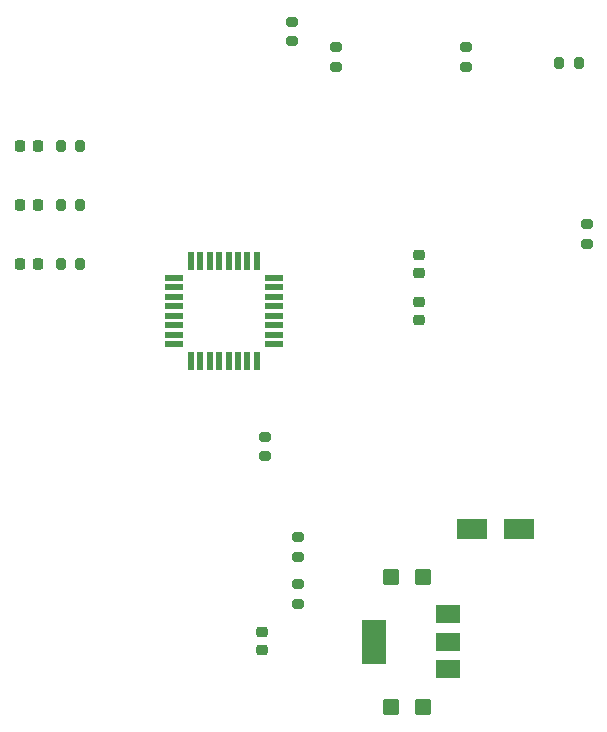
<source format=gbr>
%TF.GenerationSoftware,KiCad,Pcbnew,6.0.4-6f826c9f35~116~ubuntu21.10.1*%
%TF.CreationDate,2022-04-24T13:37:27+09:00*%
%TF.ProjectId,pcb,7063622e-6b69-4636-9164-5f7063625858,rev?*%
%TF.SameCoordinates,Original*%
%TF.FileFunction,Paste,Top*%
%TF.FilePolarity,Positive*%
%FSLAX46Y46*%
G04 Gerber Fmt 4.6, Leading zero omitted, Abs format (unit mm)*
G04 Created by KiCad (PCBNEW 6.0.4-6f826c9f35~116~ubuntu21.10.1) date 2022-04-24 13:37:27*
%MOMM*%
%LPD*%
G01*
G04 APERTURE LIST*
G04 Aperture macros list*
%AMRoundRect*
0 Rectangle with rounded corners*
0 $1 Rounding radius*
0 $2 $3 $4 $5 $6 $7 $8 $9 X,Y pos of 4 corners*
0 Add a 4 corners polygon primitive as box body*
4,1,4,$2,$3,$4,$5,$6,$7,$8,$9,$2,$3,0*
0 Add four circle primitives for the rounded corners*
1,1,$1+$1,$2,$3*
1,1,$1+$1,$4,$5*
1,1,$1+$1,$6,$7*
1,1,$1+$1,$8,$9*
0 Add four rect primitives between the rounded corners*
20,1,$1+$1,$2,$3,$4,$5,0*
20,1,$1+$1,$4,$5,$6,$7,0*
20,1,$1+$1,$6,$7,$8,$9,0*
20,1,$1+$1,$8,$9,$2,$3,0*%
G04 Aperture macros list end*
%ADD10RoundRect,0.200000X0.200000X0.275000X-0.200000X0.275000X-0.200000X-0.275000X0.200000X-0.275000X0*%
%ADD11R,1.600000X0.550000*%
%ADD12R,0.550000X1.600000*%
%ADD13RoundRect,0.250000X0.450000X0.425000X-0.450000X0.425000X-0.450000X-0.425000X0.450000X-0.425000X0*%
%ADD14RoundRect,0.225000X0.250000X-0.225000X0.250000X0.225000X-0.250000X0.225000X-0.250000X-0.225000X0*%
%ADD15RoundRect,0.225000X-0.250000X0.225000X-0.250000X-0.225000X0.250000X-0.225000X0.250000X0.225000X0*%
%ADD16RoundRect,0.200000X0.275000X-0.200000X0.275000X0.200000X-0.275000X0.200000X-0.275000X-0.200000X0*%
%ADD17R,2.500000X1.800000*%
%ADD18RoundRect,0.218750X-0.218750X-0.256250X0.218750X-0.256250X0.218750X0.256250X-0.218750X0.256250X0*%
%ADD19RoundRect,0.200000X-0.275000X0.200000X-0.275000X-0.200000X0.275000X-0.200000X0.275000X0.200000X0*%
%ADD20R,2.000000X1.500000*%
%ADD21R,2.000000X3.800000*%
G04 APERTURE END LIST*
D10*
%TO.C,R2*%
X74825000Y-26000000D03*
X73175000Y-26000000D03*
%TD*%
D11*
%TO.C,U1*%
X49010000Y-49830000D03*
X49010000Y-49030000D03*
X49010000Y-48230000D03*
X49010000Y-47430000D03*
X49010000Y-46630000D03*
X49010000Y-45830000D03*
X49010000Y-45030000D03*
X49010000Y-44230000D03*
D12*
X47560000Y-42780000D03*
X46760000Y-42780000D03*
X45960000Y-42780000D03*
X45160000Y-42780000D03*
X44360000Y-42780000D03*
X43560000Y-42780000D03*
X42760000Y-42780000D03*
X41960000Y-42780000D03*
D11*
X40510000Y-44230000D03*
X40510000Y-45030000D03*
X40510000Y-45830000D03*
X40510000Y-46630000D03*
X40510000Y-47430000D03*
X40510000Y-48230000D03*
X40510000Y-49030000D03*
X40510000Y-49830000D03*
D12*
X41960000Y-51280000D03*
X42760000Y-51280000D03*
X43560000Y-51280000D03*
X44360000Y-51280000D03*
X45160000Y-51280000D03*
X45960000Y-51280000D03*
X46760000Y-51280000D03*
X47560000Y-51280000D03*
%TD*%
D13*
%TO.C,C5*%
X61610000Y-80530000D03*
X58910000Y-80530000D03*
%TD*%
D10*
%TO.C,R9*%
X32585000Y-33030000D03*
X30935000Y-33030000D03*
%TD*%
%TO.C,R8*%
X32585000Y-38030000D03*
X30935000Y-38030000D03*
%TD*%
D14*
%TO.C,C2*%
X61260000Y-47805000D03*
X61260000Y-46255000D03*
%TD*%
D15*
%TO.C,C1*%
X48000000Y-74225000D03*
X48000000Y-75775000D03*
%TD*%
D16*
%TO.C,R10*%
X51000000Y-71825000D03*
X51000000Y-70175000D03*
%TD*%
D17*
%TO.C,D1*%
X65760000Y-65530000D03*
X69760000Y-65530000D03*
%TD*%
D10*
%TO.C,R7*%
X32585000Y-43030000D03*
X30935000Y-43030000D03*
%TD*%
D18*
%TO.C,D2*%
X27472500Y-43030000D03*
X29047500Y-43030000D03*
%TD*%
D16*
%TO.C,R4*%
X50520000Y-24180000D03*
X50520000Y-22530000D03*
%TD*%
D19*
%TO.C,R11*%
X51000000Y-66175000D03*
X51000000Y-67825000D03*
%TD*%
D16*
%TO.C,R6*%
X65260000Y-26355000D03*
X65260000Y-24705000D03*
%TD*%
%TO.C,R5*%
X54260000Y-26355000D03*
X54260000Y-24705000D03*
%TD*%
D18*
%TO.C,D3*%
X27472500Y-38030000D03*
X29047500Y-38030000D03*
%TD*%
D19*
%TO.C,R3*%
X75500000Y-39675000D03*
X75500000Y-41325000D03*
%TD*%
D16*
%TO.C,R1*%
X48260000Y-59355000D03*
X48260000Y-57705000D03*
%TD*%
D13*
%TO.C,C4*%
X61610000Y-69530000D03*
X58910000Y-69530000D03*
%TD*%
D18*
%TO.C,D4*%
X27472500Y-33030000D03*
X29047500Y-33030000D03*
%TD*%
D20*
%TO.C,U2*%
X63760000Y-77330000D03*
D21*
X57460000Y-75030000D03*
D20*
X63760000Y-75030000D03*
X63760000Y-72730000D03*
%TD*%
D15*
%TO.C,C3*%
X61260000Y-42255000D03*
X61260000Y-43805000D03*
%TD*%
M02*

</source>
